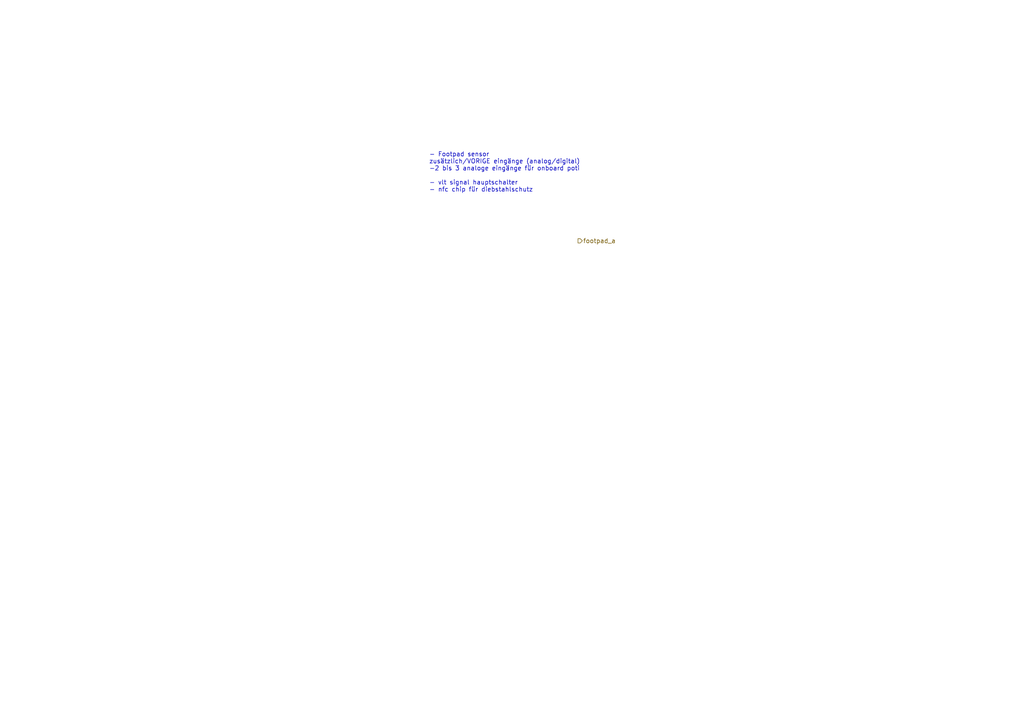
<source format=kicad_sch>
(kicad_sch (version 20211123) (generator eeschema)
  (paper "A4")
  (lib_symbols)
  (text "- Footpad sensor\nzusätzlich/VORIGE eingänge (analog/digital)\n-2 bis 3 analoge eingänge für onboard poti\n\n- vlt signal hauptschalter\n- nfc chip für diebstahlschutz\n" (at 124.46 55.88 0) (effects (font (size 1.27 1.27)) (justify left bottom)))
  (hierarchical_label "footpad_a " (shape output) (at 167.64 69.85 0))
)
</source>
